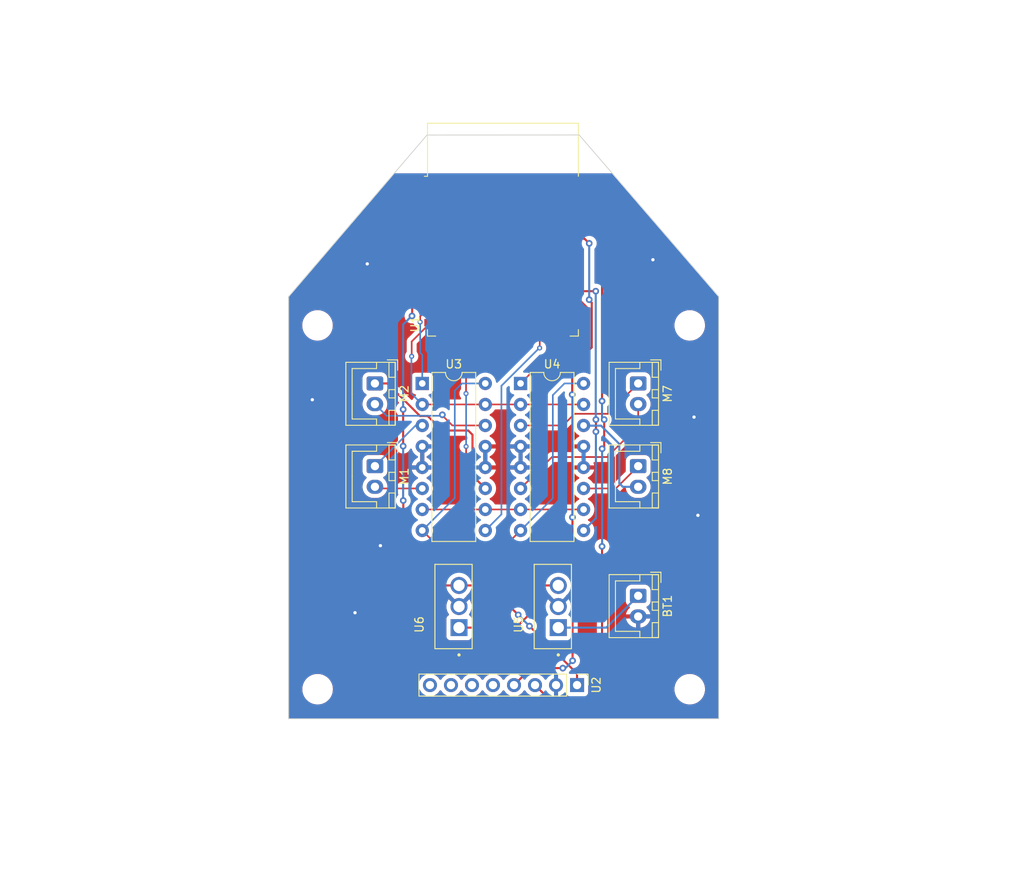
<source format=kicad_pcb>
(kicad_pcb (version 20221018) (generator pcbnew)
  (layers (0 "F.Cu" signal) (31 "B.Cu" signal) (34 "B.Paste" user) (35 "F.Paste" user) (36 "B.SilkS" user "B.Silkscreen") (37 "F.SilkS" user "F.Silkscreen") (38 "B.Mask" user) (39 "F.Mask" user) (44 "Edge.Cuts" user))
  (net 0 "")
  (net 1 "GND")
  (net 2 "+3V3")
  (net 13 "Net-(U1-IO14)")
  (net 14 "Net-(U1-IO12)")
  (net 15 "Net-(U1-IO13)")
  (net 22 "Net-(U1-IO15)")
  (net 26 "Net-(U1-IO16)")
  (net 27 "Net-(U1-IO17)")
  (net 32 "Net-(U1-IO21)")
  (net 35 "Net-(U1-IO22)")
  (net 37 "Net-(M5-+)")
  (net 38 "Net-(M5--)")
  (net 39 "+5V")
  (net 40 "Net-(M6--)")
  (net 41 "Net-(M6-+)")
  (net 42 "Net-(M7-+)")
  (net 43 "Net-(M7--)")
  (net 44 "Net-(M8--)")
  (net 45 "Net-(M8-+)")
  (net 48 "+7.4V")
  (footprint "MountingHole:MountingHole_3.2mm_M3" (layer "F.Cu") (at 165.55 64)
    (fp_text reference "" hide)
    (fp_text value "MountingHole_3.2mm_M3" hide)
    (pad "" np_thru_hole circle (at 0 0) (size 3.2 3.2) (drill 3.2) (layers "*.Cu" "*.Mask"))
  )
  (footprint "Package_DIP:DIP-16_W7.62mm" (layer "F.Cu") (at 133.22 71.02)
    (fp_text reference "U3" (at 3.81 -2.33) (layer "F.SilkS"))
    (fp_text value "L293D")
    (fp_line (start 1.16 -1.33) (end 1.16 19.11) (stroke (width 0.12)) (layer "F.SilkS"))
    (fp_line (start 1.16 19.11) (end 6.46 19.11) (stroke (width 0.12)) (layer "F.SilkS"))
    (fp_line (start 2.81 -1.33) (end 1.16 -1.33) (stroke (width 0.12)) (layer "F.SilkS"))
    (fp_line (start 6.46 -1.33) (end 4.81 -1.33) (stroke (width 0.12)) (layer "F.SilkS"))
    (fp_line (start 6.46 19.11) (end 6.46 -1.33) (stroke (width 0.12)) (layer "F.SilkS"))
    (fp_arc (start 4.81 -1.33) (mid 3.81 -0.33) (end 2.81 -1.33) (stroke (width 0.12)) (layer "F.SilkS"))
    (pad "1" thru_hole rect (at 0 0) (size 1.6 1.6) (drill 0.8) (layers "*.Cu" "*.Mask") (net 13 "Net-(U1-IO14)"))
    (pad "2" thru_hole oval (at 0 2.54) (size 1.6 1.6) (drill 0.8) (layers "*.Cu" "*.Mask") (net 14 "Net-(U1-IO12)"))
    (pad "3" thru_hole oval (at 0 5.08) (size 1.6 1.6) (drill 0.8) (layers "*.Cu" "*.Mask") (net 37 "Net-(M5-+)"))
    (pad "4" thru_hole oval (at 0 7.62) (size 1.6 1.6) (drill 0.8) (layers "*.Cu" "*.Mask") (net 1 "GND"))
    (pad "5" thru_hole oval (at 0 10.16) (size 1.6 1.6) (drill 0.8) (layers "*.Cu" "*.Mask") (net 1 "GND"))
    (pad "6" thru_hole oval (at 0 12.7) (size 1.6 1.6) (drill 0.8) (layers "*.Cu" "*.Mask") (net 38 "Net-(M5--)"))
    (pad "7" thru_hole oval (at 0 15.24) (size 1.6 1.6) (drill 0.8) (layers "*.Cu" "*.Mask") (net 15 "Net-(U1-IO13)"))
    (pad "8" thru_hole oval (at 0 17.78) (size 1.6 1.6) (drill 0.8) (layers "*.Cu" "*.Mask") (net 39 "+5V"))
    (pad "9" thru_hole oval (at 7.62 17.78) (size 1.6 1.6) (drill 0.8) (layers "*.Cu" "*.Mask") (net 22 "Net-(U1-IO15)"))
    (pad "10" thru_hole oval (at 7.62 15.24) (size 1.6 1.6) (drill 0.8) (layers "*.Cu" "*.Mask") (net 15 "Net-(U1-IO13)"))
    (pad "11" thru_hole oval (at 7.62 12.7) (size 1.6 1.6) (drill 0.8) (layers "*.Cu" "*.Mask") (net 41 "Net-(M6-+)"))
    (pad "12" thru_hole oval (at 7.62 10.16) (size 1.6 1.6) (drill 0.8) (layers "*.Cu" "*.Mask") (net 1 "GND"))
    (pad "13" thru_hole oval (at 7.62 7.62) (size 1.6 1.6) (drill 0.8) (layers "*.Cu" "*.Mask") (net 1 "GND"))
    (pad "14" thru_hole oval (at 7.62 5.08) (size 1.6 1.6) (drill 0.8) (layers "*.Cu" "*.Mask") (net 40 "Net-(M6--)"))
    (pad "15" thru_hole oval (at 7.62 2.54) (size 1.6 1.6) (drill 0.8) (layers "*.Cu" "*.Mask") (net 14 "Net-(U1-IO12)"))
    (pad "16" thru_hole oval (at 7.62 0) (size 1.6 1.6) (drill 0.8) (layers "*.Cu" "*.Mask") (net 39 "+5V"))
  )
  (footprint "Connector_JST:JST_XH_B2B-XH-A_1x02_P2.50mm_Vertical" (layer "F.Cu") (at 127.5 81.02 -90)
    (fp_text reference "M1" (at 1.25 -3.55 90) (layer "F.SilkS"))
    (fp_text value "3-5V")
    (fp_line (start -2.85 -2.75) (end -2.85 -1.5) (stroke (width 0.12)) (layer "F.SilkS"))
    (fp_line (start -2.56 -2.46) (end -2.56 3.51) (stroke (width 0.12)) (layer "F.SilkS"))
    (fp_line (start -2.56 3.51) (end 5.06 3.51) (stroke (width 0.12)) (layer "F.SilkS"))
    (fp_line (start -2.55 -2.45) (end -2.55 -1.7) (stroke (width 0.12)) (layer "F.SilkS"))
    (fp_line (start -2.55 -1.7) (end -0.75 -1.7) (stroke (width 0.12)) (layer "F.SilkS"))
    (fp_line (start -2.55 -0.2) (end -1.8 -0.2) (stroke (width 0.12)) (layer "F.SilkS"))
    (fp_line (start -1.8 -0.2) (end -1.8 2.75) (stroke (width 0.12)) (layer "F.SilkS"))
    (fp_line (start -1.8 2.75) (end 1.25 2.75) (stroke (width 0.12)) (layer "F.SilkS"))
    (fp_line (start -1.6 -2.75) (end -2.85 -2.75) (stroke (width 0.12)) (layer "F.SilkS"))
    (fp_line (start -0.75 -2.45) (end -2.55 -2.45) (stroke (width 0.12)) (layer "F.SilkS"))
    (fp_line (start -0.75 -1.7) (end -0.75 -2.45) (stroke (width 0.12)) (layer "F.SilkS"))
    (fp_line (start 0.75 -2.45) (end 0.75 -1.7) (stroke (width 0.12)) (layer "F.SilkS"))
    (fp_line (start 0.75 -1.7) (end 1.75 -1.7) (stroke (width 0.12)) (layer "F.SilkS"))
    (fp_line (start 1.75 -2.45) (end 0.75 -2.45) (stroke (width 0.12)) (layer "F.SilkS"))
    (fp_line (start 1.75 -1.7) (end 1.75 -2.45) (stroke (width 0.12)) (layer "F.SilkS"))
    (fp_line (start 3.25 -2.45) (end 3.25 -1.7) (stroke (width 0.12)) (layer "F.SilkS"))
    (fp_line (start 3.25 -1.7) (end 5.05 -1.7) (stroke (width 0.12)) (layer "F.SilkS"))
    (fp_line (start 4.3 -0.2) (end 4.3 2.75) (stroke (width 0.12)) (layer "F.SilkS"))
    (fp_line (start 4.3 2.75) (end 1.25 2.75) (stroke (width 0.12)) (layer "F.SilkS"))
    (fp_line (start 5.05 -2.45) (end 3.25 -2.45) (stroke (width 0.12)) (layer "F.SilkS"))
    (fp_line (start 5.05 -1.7) (end 5.05 -2.45) (stroke (width 0.12)) (layer "F.SilkS"))
    (fp_line (start 5.05 -0.2) (end 4.3 -0.2) (stroke (width 0.12)) (layer "F.SilkS"))
    (fp_line (start 5.06 -2.46) (end -2.56 -2.46) (stroke (width 0.12)) (layer "F.SilkS"))
    (fp_line (start 5.06 3.51) (end 5.06 -2.46) (stroke (width 0.12)) (layer "F.SilkS"))
    (pad "1" thru_hole roundrect (at 0 0 270) (size 1.7 2) (drill 1) (layers "*.Cu" "*.Mask") (roundrect_rratio 0.1470588235) (net 37 "Net-(M5-+)"))
    (pad "2" thru_hole oval (at 2.5 0 270) (size 1.7 2) (drill 1) (layers "*.Cu" "*.Mask") (net 38 "Net-(M5--)"))
  )
  (footprint "Connector_JST:JST_XH_B2B-XH-A_1x02_P2.50mm_Vertical" (layer "F.Cu") (at 159.32 96.7 -90)
    (fp_text reference "BT1" (at 1.25 -3.55 90) (layer "F.SilkS"))
    (fp_text value "" hide)
    (fp_line (start -2.85 -2.75) (end -2.85 -1.5) (stroke (width 0.12)) (layer "F.SilkS"))
    (fp_line (start -2.56 -2.46) (end -2.56 3.51) (stroke (width 0.12)) (layer "F.SilkS"))
    (fp_line (start -2.56 3.51) (end 5.06 3.51) (stroke (width 0.12)) (layer "F.SilkS"))
    (fp_line (start -2.55 -2.45) (end -2.55 -1.7) (stroke (width 0.12)) (layer "F.SilkS"))
    (fp_line (start -2.55 -1.7) (end -0.75 -1.7) (stroke (width 0.12)) (layer "F.SilkS"))
    (fp_line (start -2.55 -0.2) (end -1.8 -0.2) (stroke (width 0.12)) (layer "F.SilkS"))
    (fp_line (start -1.8 -0.2) (end -1.8 2.75) (stroke (width 0.12)) (layer "F.SilkS"))
    (fp_line (start -1.8 2.75) (end 1.25 2.75) (stroke (width 0.12)) (layer "F.SilkS"))
    (fp_line (start -1.6 -2.75) (end -2.85 -2.75) (stroke (width 0.12)) (layer "F.SilkS"))
    (fp_line (start -0.75 -2.45) (end -2.55 -2.45) (stroke (width 0.12)) (layer "F.SilkS"))
    (fp_line (start -0.75 -1.7) (end -0.75 -2.45) (stroke (width 0.12)) (layer "F.SilkS"))
    (fp_line (start 0.75 -2.45) (end 0.75 -1.7) (stroke (width 0.12)) (layer "F.SilkS"))
    (fp_line (start 0.75 -1.7) (end 1.75 -1.7) (stroke (width 0.12)) (layer "F.SilkS"))
    (fp_line (start 1.75 -2.45) (end 0.75 -2.45) (stroke (width 0.12)) (layer "F.SilkS"))
    (fp_line (start 1.75 -1.7) (end 1.75 -2.45) (stroke (width 0.12)) (layer "F.SilkS"))
    (fp_line (start 3.25 -2.45) (end 3.25 -1.7) (stroke (width 0.12)) (layer "F.SilkS"))
    (fp_line (start 3.25 -1.7) (end 5.05 -1.7) (stroke (width 0.12)) (layer "F.SilkS"))
    (fp_line (start 4.3 -0.2) (end 4.3 2.75) (stroke (width 0.12)) (layer "F.SilkS"))
    (fp_line (start 4.3 2.75) (end 1.25 2.75) (stroke (width 0.12)) (layer "F.SilkS"))
    (fp_line (start 5.05 -2.45) (end 3.25 -2.45) (stroke (width 0.12)) (layer "F.SilkS"))
    (fp_line (start 5.05 -1.7) (end 5.05 -2.45) (stroke (width 0.12)) (layer "F.SilkS"))
    (fp_line (start 5.05 -0.2) (end 4.3 -0.2) (stroke (width 0.12)) (layer "F.SilkS"))
    (fp_line (start 5.06 -2.46) (end -2.56 -2.46) (stroke (width 0.12)) (layer "F.SilkS"))
    (fp_line (start 5.06 3.51) (end 5.06 -2.46) (stroke (width 0.12)) (layer "F.SilkS"))
    (pad "1" thru_hole roundrect (at 0 0 270) (size 1.7 2) (drill 1) (layers "*.Cu" "*.Mask") (roundrect_rratio 0.1470588235) (net 48 "+7.4V"))
    (pad "2" thru_hole oval (at 2.5 0 270) (size 1.7 2) (drill 1) (layers "*.Cu" "*.Mask") (net 1 "GND"))
  )
  (footprint "MountingHole:MountingHole_3.2mm_M3" (layer "F.Cu") (at 165.55 108)
    (fp_text reference "" (at 0 -4.2) (layer "F.SilkS"))
    (fp_text value "MountingHole_3.2mm_M3" hide)
    (pad "" np_thru_hole circle (at 0 0) (size 3.2 3.2) (drill 3.2) (layers "F&B.Cu" "*.Mask"))
  )
  (footprint "Transformer_THT:TO255P1020X450X2000-3" (layer "F.Cu") (at 149 98 90)
    (fp_text reference "U5" (at -2.175 -4.135 90) (layer "F.SilkS"))
    (fp_text value "L7805")
    (fp_line (start -5.1 -2.25) (end 5.1 -2.25) (stroke (width 0.127)) (layer "F.SilkS"))
    (fp_line (start -5.1 2.25) (end -5.1 -2.25) (stroke (width 0.127)) (layer "F.SilkS"))
    (fp_line (start 5.1 -2.25) (end 5.1 2.25) (stroke (width 0.127)) (layer "F.SilkS"))
    (fp_line (start 5.1 2.25) (end -5.1 2.25) (stroke (width 0.127)) (layer "F.SilkS"))
    (fp_circle (center -5.85 0.6625) (end -5.75 0.6625) (stroke (width 0.2)) (fill none) (layer "F.SilkS"))
    (pad "" thru_hole circle (at 0 0.6625 90) (size 2.055 2.055) (drill 1.37) (layers "*.Cu" "*.Mask") (net 1 "GND"))
    (pad "1" thru_hole rect (at -2.55 0.6625 90) (size 2.055 2.055) (drill 1.37) (layers "*.Cu" "*.Mask") (net 48 "+7.4V"))
    (pad "3" thru_hole circle (at 2.55 0.6625 90) (size 2.055 2.055) (drill 1.37) (layers "*.Cu" "*.Mask") (net 39 "+5V"))
  )
  (footprint "Connector_JST:JST_XH_B2B-XH-A_1x02_P2.50mm_Vertical" (layer "F.Cu") (at 159.32 71.02 -90)
    (fp_text reference "M7" (at 1.25 -3.55 90) (layer "F.SilkS"))
    (fp_text value "3-5V")
    (fp_line (start -2.85 -2.75) (end -2.85 -1.5) (stroke (width 0.12)) (layer "F.SilkS"))
    (fp_line (start -2.56 -2.46) (end -2.56 3.51) (stroke (width 0.12)) (layer "F.SilkS"))
    (fp_line (start -2.56 3.51) (end 5.06 3.51) (stroke (width 0.12)) (layer "F.SilkS"))
    (fp_line (start -2.55 -2.45) (end -2.55 -1.7) (stroke (width 0.12)) (layer "F.SilkS"))
    (fp_line (start -2.55 -1.7) (end -0.75 -1.7) (stroke (width 0.12)) (layer "F.SilkS"))
    (fp_line (start -2.55 -0.2) (end -1.8 -0.2) (stroke (width 0.12)) (layer "F.SilkS"))
    (fp_line (start -1.8 -0.2) (end -1.8 2.75) (stroke (width 0.12)) (layer "F.SilkS"))
    (fp_line (start -1.8 2.75) (end 1.25 2.75) (stroke (width 0.12)) (layer "F.SilkS"))
    (fp_line (start -1.6 -2.75) (end -2.85 -2.75) (stroke (width 0.12)) (layer "F.SilkS"))
    (fp_line (start -0.75 -2.45) (end -2.55 -2.45) (stroke (width 0.12)) (layer "F.SilkS"))
    (fp_line (start -0.75 -1.7) (end -0.75 -2.45) (stroke (width 0.12)) (layer "F.SilkS"))
    (fp_line (start 0.75 -2.45) (end 0.75 -1.7) (stroke (width 0.12)) (layer "F.SilkS"))
    (fp_line (start 0.75 -1.7) (end 1.75 -1.7) (stroke (width 0.12)) (layer "F.SilkS"))
    (fp_line (start 1.75 -2.45) (end 0.75 -2.45) (stroke (width 0.12)) (layer "F.SilkS"))
    (fp_line (start 1.75 -1.7) (end 1.75 -2.45) (stroke (width 0.12)) (layer "F.SilkS"))
    (fp_line (start 3.25 -2.45) (end 3.25 -1.7) (stroke (width 0.12)) (layer "F.SilkS"))
    (fp_line (start 3.25 -1.7) (end 5.05 -1.7) (stroke (width 0.12)) (layer "F.SilkS"))
    (fp_line (start 4.3 -0.2) (end 4.3 2.75) (stroke (width 0.12)) (layer "F.SilkS"))
    (fp_line (start 4.3 2.75) (end 1.25 2.75) (stroke (width 0.12)) (layer "F.SilkS"))
    (fp_line (start 5.05 -2.45) (end 3.25 -2.45) (stroke (width 0.12)) (layer "F.SilkS"))
    (fp_line (start 5.05 -1.7) (end 5.05 -2.45) (stroke (width 0.12)) (layer "F.SilkS"))
    (fp_line (start 5.05 -0.2) (end 4.3 -0.2) (stroke (width 0.12)) (layer "F.SilkS"))
    (fp_line (start 5.06 -2.46) (end -2.56 -2.46) (stroke (width 0.12)) (layer "F.SilkS"))
    (fp_line (start 5.06 3.51) (end 5.06 -2.46) (stroke (width 0.12)) (layer "F.SilkS"))
    (pad "1" thru_hole roundrect (at 0 0 270) (size 1.7 2) (drill 1) (layers "*.Cu" "*.Mask") (roundrect_rratio 0.1470588235) (net 42 "Net-(M7-+)"))
    (pad "2" thru_hole oval (at 2.5 0 270) (size 1.7 2) (drill 1) (layers "*.Cu" "*.Mask") (net 43 "Net-(M7--)"))
  )
  (footprint "Connector_PinHeader_2.54mm:PinHeader_1x08_P2.54mm_Vertical" (layer "F.Cu") (at 151.93 107.5 -90)
    (fp_text reference "U2" (at 0 -2.33 90) (layer "F.SilkS"))
    (fp_text value "PinHeader_1x08_P2.54mm_Vertical" hide)
    (fp_line (start -1.33 -1.33) (end 0 -1.33) (stroke (width 0.12)) (layer "F.SilkS"))
    (fp_line (start -1.33 0) (end -1.33 -1.33) (stroke (width 0.12)) (layer "F.SilkS"))
    (fp_line (start -1.33 1.27) (end -1.33 19.11) (stroke (width 0.12)) (layer "F.SilkS"))
    (fp_line (start -1.33 1.27) (end 1.33 1.27) (stroke (width 0.12)) (layer "F.SilkS"))
    (fp_line (start -1.33 19.11) (end 1.33 19.11) (stroke (width 0.12)) (layer "F.SilkS"))
    (fp_line (start 1.33 1.27) (end 1.33 19.11) (stroke (width 0.12)) (layer "F.SilkS"))
    (pad "1" thru_hole rect (at 0 0 270) (size 1.7 1.7) (drill 1) (layers "*.Cu" "*.Mask") (net 2 "+3V3"))
    (pad "2" thru_hole oval (at 0 2.54 270) (size 1.7 1.7) (drill 1) (layers "*.Cu" "*.Mask") (net 1 "GND"))
    (pad "3" thru_hole oval (at 0 5.08 270) (size 1.7 1.7) (drill 1) (layers "*.Cu" "*.Mask") (net 35 "Net-(U1-IO22)"))
    (pad "4" thru_hole oval (at 0 7.62 270) (size 1.7 1.7) (drill 1) (layers "*.Cu" "*.Mask") (net 32 "Net-(U1-IO21)"))
    (pad "5" thru_hole oval (at 0 10.16 270) (size 1.7 1.7) (drill 1) (layers "*.Cu" "*.Mask"))
    (pad "6" thru_hole oval (at 0 12.7 270) (size 1.7 1.7) (drill 1) (layers "*.Cu" "*.Mask"))
    (pad "7" thru_hole oval (at 0 15.24 270) (size 1.7 1.7) (drill 1) (layers "*.Cu" "*.Mask"))
    (pad "8" thru_hole oval (at 0 17.78 270) (size 1.7 1.7) (drill 1) (layers "*.Cu" "*.Mask"))
  )
  (footprint "Connector_JST:JST_XH_B2B-XH-A_1x02_P2.50mm_Vertical" (layer "F.Cu") (at 127.495 71.02 -90)
    (fp_text reference "M2" (at 1.25 -3.55 90) (layer "F.SilkS"))
    (fp_text value "3-5V")
    (fp_line (start -2.85 -2.75) (end -2.85 -1.5) (stroke (width 0.12)) (layer "F.SilkS"))
    (fp_line (start -2.56 -2.46) (end -2.56 3.51) (stroke (width 0.12)) (layer "F.SilkS"))
    (fp_line (start -2.56 3.51) (end 5.06 3.51) (stroke (width 0.12)) (layer "F.SilkS"))
    (fp_line (start -2.55 -2.45) (end -2.55 -1.7) (stroke (width 0.12)) (layer "F.SilkS"))
    (fp_line (start -2.55 -1.7) (end -0.75 -1.7) (stroke (width 0.12)) (layer "F.SilkS"))
    (fp_line (start -2.55 -0.2) (end -1.8 -0.2) (stroke (width 0.12)) (layer "F.SilkS"))
    (fp_line (start -1.8 -0.2) (end -1.8 2.75) (stroke (width 0.12)) (layer "F.SilkS"))
    (fp_line (start -1.8 2.75) (end 1.25 2.75) (stroke (width 0.12)) (layer "F.SilkS"))
    (fp_line (start -1.6 -2.75) (end -2.85 -2.75) (stroke (width 0.12)) (layer "F.SilkS"))
    (fp_line (start -0.75 -2.45) (end -2.55 -2.45) (stroke (width 0.12)) (layer "F.SilkS"))
    (fp_line (start -0.75 -1.7) (end -0.75 -2.45) (stroke (width 0.12)) (layer "F.SilkS"))
    (fp_line (start 0.75 -2.45) (end 0.75 -1.7) (stroke (width 0.12)) (layer "F.SilkS"))
    (fp_line (start 0.75 -1.7) (end 1.75 -1.7) (stroke (width 0.12)) (layer "F.SilkS"))
    (fp_line (start 1.75 -2.45) (end 0.75 -2.45) (stroke (width 0.12)) (layer "F.SilkS"))
    (fp_line (start 1.75 -1.7) (end 1.75 -2.45) (stroke (width 0.12)) (layer "F.SilkS"))
    (fp_line (start 3.25 -2.45) (end 3.25 -1.7) (stroke (width 0.12)) (layer "F.SilkS"))
    (fp_line (start 3.25 -1.7) (end 5.05 -1.7) (stroke (width 0.12)) (layer "F.SilkS"))
    (fp_line (start 4.3 -0.2) (end 4.3 2.75) (stroke (width 0.12)) (layer "F.SilkS"))
    (fp_line (start 4.3 2.75) (end 1.25 2.75) (stroke (width 0.12)) (layer "F.SilkS"))
    (fp_line (start 5.05 -2.45) (end 3.25 -2.45) (stroke (width 0.12)) (layer "F.SilkS"))
    (fp_line (start 5.05 -1.7) (end 5.05 -2.45) (stroke (width 0.12)) (layer "F.SilkS"))
    (fp_line (start 5.05 -0.2) (end 4.3 -0.2) (stroke (width 0.12)) (layer "F.SilkS"))
    (fp_line (start 5.06 -2.46) (end -2.56 -2.46) (stroke (width 0.12)) (layer "F.SilkS"))
    (fp_line (start 5.06 3.51) (end 5.06 -2.46) (stroke (width 0.12)) (layer "F.SilkS"))
    (pad "1" thru_hole roundrect (at 0 0 270) (size 1.7 2) (drill 1) (layers "*.Cu" "*.Mask") (roundrect_rratio 0.1470588235) (net 41 "Net-(M6-+)"))
    (pad "2" thru_hole oval (at 2.5 0 270) (size 1.7 2) (drill 1) (layers "*.Cu" "*.Mask") (net 40 "Net-(M6--)"))
  )
  (footprint "MountingHole:MountingHole_3.2mm_M3" (layer "F.Cu") (at 120.56 64)
    (fp_text reference "" (at 0 -4.2) (layer "F.SilkS"))
    (fp_text value "MountingHole_3.2mm_M3" hide)
    (pad "" np_thru_hole circle (at 0 0) (size 3.2 3.2) (drill 3.2) (layers "F&B.Cu" "*.Mask"))
  )
  (footprint "RF_Module:ESP32-WROOM-32" (layer "F.Cu") (at 142.97 55.41)
    (fp_text reference "U1" (at -10.61 8.43 90) (layer "F.SilkS"))
    (fp_text value "ESP32-WROOM-32")
    (fp_line (start -9.12 -15.86) (end -9.12 -9.445) (stroke (width 0.12)) (layer "F.SilkS"))
    (fp_line (start -9.12 -15.86) (end 9.12 -15.86) (stroke (width 0.12)) (layer "F.SilkS"))
    (fp_line (start -9.12 -9.445) (end -9.5 -9.445) (stroke (width 0.12)) (layer "F.SilkS"))
    (fp_line (start -9.12 9.1) (end -9.12 9.88) (stroke (width 0.12)) (layer "F.SilkS"))
    (fp_line (start -9.12 9.88) (end -8.12 9.88) (stroke (width 0.12)) (layer "F.SilkS"))
    (fp_line (start 9.12 -15.86) (end 9.12 -9.445) (stroke (width 0.12)) (layer "F.SilkS"))
    (fp_line (start 9.12 9.1) (end 9.12 9.88) (stroke (width 0.12)) (layer "F.SilkS"))
    (fp_line (start 9.12 9.88) (end 8.12 9.88) (stroke (width 0.12)) (layer "F.SilkS"))
    (pad "1" smd rect (at -8.75 -8.25) (size 1.5 0.9) (layers "F.Cu" "F.Paste" "F.Mask"))
    (pad "2" smd rect (at -8.75 -6.98) (size 1.5 0.9) (layers "F.Cu" "F.Paste" "F.Mask") (net 2 "+3V3"))
    (pad "3" smd rect (at -8.75 -5.71) (size 1.5 0.9) (layers "F.Cu" "F.Paste" "F.Mask"))
    (pad "4" smd rect (at -8.75 -4.44) (size 1.5 0.9) (layers "F.Cu" "F.Paste" "F.Mask"))
    (pad "5" smd rect (at -8.75 -3.17) (size 1.5 0.9) (layers "F.Cu" "F.Paste" "F.Mask"))
    (pad "6" smd rect (at -8.75 -1.9) (size 1.5 0.9) (layers "F.Cu" "F.Paste" "F.Mask"))
    (pad "7" smd rect (at -8.75 -0.63) (size 1.5 0.9) (layers "F.Cu" "F.Paste" "F.Mask"))
    (pad "8" smd rect (at -8.75 0.64) (size 1.5 0.9) (layers "F.Cu" "F.Paste" "F.Mask"))
    (pad "9" smd rect (at -8.75 1.91) (size 1.5 0.9) (layers "F.Cu" "F.Paste" "F.Mask"))
    (pad "10" smd rect (at -8.75 3.18) (size 1.5 0.9) (layers "F.Cu" "F.Paste" "F.Mask"))
    (pad "11" smd rect (at -8.75 4.45) (size 1.5 0.9) (layers "F.Cu" "F.Paste" "F.Mask"))
    (pad "12" smd rect (at -8.75 5.72) (size 1.5 0.9) (layers "F.Cu" "F.Paste" "F.Mask"))
    (pad "13" smd rect (at -8.75 6.99) (size 1.5 0.9) (layers "F.Cu" "F.Paste" "F.Mask") (net 13 "Net-(U1-IO14)"))
    (pad "14" smd rect (at -8.75 8.26) (size 1.5 0.9) (layers "F.Cu" "F.Paste" "F.Mask") (net 14 "Net-(U1-IO12)"))
    (pad "15" smd rect (at -5.71 9.51 90) (size 1.5 0.9) (layers "F.Cu" "F.Paste" "F.Mask") (net 1 "GND"))
    (pad "16" smd rect (at -4.44 9.51 90) (size 1.5 0.9) (layers "F.Cu" "F.Paste" "F.Mask") (net 15 "Net-(U1-IO13)"))
    (pad "17" smd rect (at -3.17 9.51 90) (size 1.5 0.9) (layers "F.Cu" "F.Paste" "F.Mask"))
    (pad "18" smd rect (at -1.9 9.51 90) (size 1.5 0.9) (layers "F.Cu" "F.Paste" "F.Mask"))
    (pad "19" smd rect (at -0.63 9.51 90) (size 1.5 0.9) (layers "F.Cu" "F.Paste" "F.Mask"))
    (pad "20" smd rect (at 0.64 9.51 90) (size 1.5 0.9) (layers "F.Cu" "F.Paste" "F.Mask"))
    (pad "21" smd rect (at 1.91 9.51 90) (size 1.5 0.9) (layers "F.Cu" "F.Paste" "F.Mask"))
    (pad "22" smd rect (at 3.18 9.51 90) (size 1.5 0.9) (layers "F.Cu" "F.Paste" "F.Mask"))
    (pad "23" smd rect (at 4.45 9.51 90) (size 1.5 0.9) (layers "F.Cu" "F.Paste" "F.Mask") (net 22 "Net-(U1-IO15)"))
    (pad "24" smd rect (at 5.72 9.51 90) (size 1.5 0.9) (layers "F.Cu" "F.Paste" "F.Mask"))
    (pad "25" smd rect (at 8.75 8.26) (size 1.5 0.9) (layers "F.Cu" "F.Paste" "F.Mask"))
    (pad "26" smd rect (at 8.75 6.99) (size 1.5 0.9) (layers "F.Cu" "F.Paste" "F.Mask"))
    (pad "27" smd rect (at 8.75 5.72) (size 1.5 0.9) (layers "F.Cu" "F.Paste" "F.Mask") (net 26 "Net-(U1-IO16)"))
    (pad "28" smd rect (at 8.75 4.45) (size 1.5 0.9) (layers "F.Cu" "F.Paste" "F.Mask") (net 27 "Net-(U1-IO17)"))
    (pad "29" smd rect (at 8.75 3.18) (size 1.5 0.9) (layers "F.Cu" "F.Paste" "F.Mask"))
    (pad "30" smd rect (at 8.75 1.91) (size 1.5 0.9) (layers "F.Cu" "F.Paste" "F.Mask"))
    (pad "31" smd rect (at 8.75 0.64) (size 1.5 0.9) (layers "F.Cu" "F.Paste" "F.Mask"))
    (pad "32" smd rect (at 8.75 -0.63) (size 1.5 0.9) (layers "F.Cu" "F.Paste" "F.Mask"))
    (pad "33" smd rect (at 8.75 -1.9) (size 1.5 0.9) (layers "F.Cu" "F.Paste" "F.Mask") (net 32 "Net-(U1-IO21)"))
    (pad "34" smd rect (at 8.75 -3.17) (size 1.5 0.9) (layers "F.Cu" "F.Paste" "F.Mask"))
    (pad "35" smd rect (at 8.75 -4.44) (size 1.5 0.9) (layers "F.Cu" "F.Paste" "F.Mask"))
    (pad "36" smd rect (at 8.75 -5.71) (size 1.5 0.9) (layers "F.Cu" "F.Paste" "F.Mask") (net 35 "Net-(U1-IO22)"))
    (pad "37" smd rect (at 8.75 -6.98) (size 1.5 0.9) (layers "F.Cu" "F.Paste" "F.Mask"))
    (pad "38" smd rect (at 8.75 -8.25) (size 1.5 0.9) (layers "F.Cu" "F.Paste" "F.Mask"))
    (zone (net 0) (net_name "") (layers "F.Cu" "In1.Cu" "B.Cu") (connect_pads (clearance 0)) (min_thickness 0.254)
      (keepout (tracks not_allowed) (vias not_allowed) (pads not_allowed) (copperpour not_allowed) (footprints not_allowed))
      (fill (thermal_gap 0.508) (thermal_bridge_width 0.508))
      (polygon (pts (xy 118.97 45.61) (xy 166.97 45.61) (xy 166.97 24.67) (xy 118.97 24.67)))
    )
  )
  (footprint "Transformer_THT:TO255P1020X450X2000-3" (layer "F.Cu") (at 137 98 90)
    (fp_text reference "U6" (at -2.175 -4.135 90) (layer "F.SilkS"))
    (fp_text value "L7805")
    (fp_line (start -5.1 -2.25) (end 5.1 -2.25) (stroke (width 0.127)) (layer "F.SilkS"))
    (fp_line (start -5.1 2.25) (end -5.1 -2.25) (stroke (width 0.127)) (layer "F.SilkS"))
    (fp_line (start 5.1 -2.25) (end 5.1 2.25) (stroke (width 0.127)) (layer "F.SilkS"))
    (fp_line (start 5.1 2.25) (end -5.1 2.25) (stroke (width 0.127)) (layer "F.SilkS"))
    (fp_circle (center -5.85 0.6625) (end -5.75 0.6625) (stroke (width 0.2)) (fill none) (layer "F.SilkS"))
    (pad "1" thru_hole rect (at -2.55 0.6625 90) (size 2.055 2.055) (drill 1.37) (layers "*.Cu" "*.Mask") (net 39 "+5V"))
    (pad "2" thru_hole circle (at 0 0.6625 90) (size 2.055 2.055) (drill 1.37) (layers "*.Cu" "*.Mask") (net 1 "GND"))
    (pad "3" thru_hole circle (at 2.55 0.6625 90) (size 2.055 2.055) (drill 1.37) (layers "*.Cu" "*.Mask") (net 2 "+3V3"))
  )
  (footprint "Connector_JST:JST_XH_B2B-XH-A_1x02_P2.50mm_Vertical" (layer "F.Cu") (at 159.32 81.02 -90)
    (fp_text reference "M8" (at 1.25 -3.55 90) (layer "F.SilkS"))
    (fp_text value "3-5V")
    (fp_line (start -2.85 -2.75) (end -2.85 -1.5) (stroke (width 0.12)) (layer "F.SilkS"))
    (fp_line (start -2.56 -2.46) (end -2.56 3.51) (stroke (width 0.12)) (layer "F.SilkS"))
    (fp_line (start -2.56 3.51) (end 5.06 3.51) (stroke (width 0.12)) (layer "F.SilkS"))
    (fp_line (start -2.55 -2.45) (end -2.55 -1.7) (stroke (width 0.12)) (layer "F.SilkS"))
    (fp_line (start -2.55 -1.7) (end -0.75 -1.7) (stroke (width 0.12)) (layer "F.SilkS"))
    (fp_line (start -2.55 -0.2) (end -1.8 -0.2) (stroke (width 0.12)) (layer "F.SilkS"))
    (fp_line (start -1.8 -0.2) (end -1.8 2.75) (stroke (width 0.12)) (layer "F.SilkS"))
    (fp_line (start -1.8 2.75) (end 1.25 2.75) (stroke (width 0.12)) (layer "F.SilkS"))
    (fp_line (start -1.6 -2.75) (end -2.85 -2.75) (stroke (width 0.12)) (layer "F.SilkS"))
    (fp_line (start -0.75 -2.45) (end -2.55 -2.45) (stroke (width 0.12)) (layer "F.SilkS"))
    (fp_line (start -0.75 -1.7) (end -0.75 -2.45) (stroke (width 0.12)) (layer "F.SilkS"))
    (fp_line (start 0.75 -2.45) (end 0.75 -1.7) (stroke (width 0.12)) (layer "F.SilkS"))
    (fp_line (start 0.75 -1.7) (end 1.75 -1.7) (stroke (width 0.12)) (layer "F.SilkS"))
    (fp_line (start 1.75 -2.45) (end 0.75 -2.45) (stroke (width 0.12)) (layer "F.SilkS"))
    (fp_line (start 1.75 -1.7) (end 1.75 -2.45) (stroke (width 0.12)) (layer "F.SilkS"))
    (fp_line (start 3.25 -2.45) (end 3.25 -1.7) (stroke (width 0.12)) (layer "F.SilkS"))
    (fp_line (start 3.25 -1.7) (end 5.05 -1.7) (stroke (width 0.12)) (layer "F.SilkS"))
    (fp_line (start 4.3 -0.2) (end 4.3 2.75) (stroke (width 0.12)) (layer "F.SilkS"))
    (fp_line (start 4.3 2.75) (end 1.25 2.75) (stroke (width 0.12)) (layer "F.SilkS"))
    (fp_line (start 5.05 -2.45) (end 3.25 -2.45) (stroke (width 0.12)) (layer "F.SilkS"))
    (fp_line (start 5.05 -1.7) (end 5.05 -2.45) (stroke (width 0.12)) (layer "F.SilkS"))
    (fp_line (start 5.05 -0.2) (end 4.3 -0.2) (stroke (width 0.12)) (layer "F.SilkS"))
    (fp_line (start 5.06 -2.46) (end -2.56 -2.46) (stroke (width 0.12)) (layer "F.SilkS"))
    (fp_line (start 5.06 3.51) (end 5.06 -2.46) (stroke (width 0.12)) (layer "F.SilkS"))
    (pad "1" thru_hole roundrect (at 0 0 270) (size 1.7 2) (drill 1) (layers "*.Cu" "*.Mask") (roundrect_rratio 0.1470588235) (net 45 "Net-(M8-+)"))
    (pad "2" thru_hole oval (at 2.5 0 270) (size 1.7 2) (drill 1) (layers "*.Cu" "*.Mask") (net 44 "Net-(M8--)"))
  )
  (footprint "Package_DIP:DIP-16_W7.62mm" (layer "F.Cu") (at 145.1 71.02)
    (fp_text reference "U4" (at 3.81 -2.33) (layer "F.SilkS"))
    (fp_text value "L293D")
    (fp_line (start 1.16 -1.33) (end 1.16 19.11) (stroke (width 0.12)) (layer "F.SilkS"))
    (fp_line (start 1.16 19.11) (end 6.46 19.11) (stroke (width 0.12)) (layer "F.SilkS"))
    (fp_line (start 2.81 -1.33) (end 1.16 -1.33) (stroke (width 0.12)) (layer "F.SilkS"))
    (fp_line (start 6.46 -1.33) (end 4.81 -1.33) (stroke (width 0.12)) (layer "F.SilkS"))
    (fp_line (start 6.46 19.11) (end 6.46 -1.33) (stroke (width 0.12)) (layer "F.SilkS"))
    (fp_arc (start 4.81 -1.33) (mid 3.81 -0.33) (end 2.81 -1.33) (stroke (width 0.12)) (layer "F.SilkS"))
    (pad "1" thru_hole rect (at 0 0) (size 1.6 1.6) (drill 0.8) (layers "*.Cu" "*.Mask") (net 26 "Net-(U1-IO16)"))
    (pad "2" thru_hole oval (at 0 2.54) (size 1.6 1.6) (drill 0.8) (layers "*.Cu" "*.Mask") (net 14 "Net-(U1-IO12)"))
    (pad "3" thru_hole oval (at 0 5.08) (size 1.6 1.6) (drill 0.8) (layers "*.Cu" "*.Mask") (net 42 "Net-(M7-+)"))
    (pad "4" thru_hole oval (at 0 7.62) (size 1.6 1.6) (drill 0.8) (layers "*.Cu" "*.Mask") (net 1 "GND"))
    (pad "5" thru_hole oval (at 0 10.16) (size 1.6 1.6) (drill 0.8) (layers "*.Cu" "*.Mask") (net 1 "GND"))
    (pad "6" thru_hole oval (at 0 12.7) (size 1.6 1.6) (drill 0.8) (layers "*.Cu" "*.Mask") (net 43 "Net-(M7--)"))
    (pad "7" thru_hole oval (at 0 15.24) (size 1.6 1.6) (drill 0.8) (layers "*.Cu" "*.Mask") (net 15 "Net-(U1-IO13)"))
    (pad "8" thru_hole oval (at 0 17.78) (size 1.6 1.6) (drill 0.8) (layers "*.Cu" "*.Mask") (net 39 "+5V"))
    (pad "9" thru_hole oval (at 7.62 17.78) (size 1.6 1.6) (drill 0.8) (layers "*.Cu" "*.Mask") (net 27 "Net-(U1-IO17)"))
    (pad "10" thru_hole oval (at 7.62 15.24) (size 1.6 1.6) (drill 0.8) (layers "*.Cu" "*.Mask") (net 15 "Net-(U1-IO13)"))
    (pad "11" thru_hole oval (at 7.62 12.7) (size 1.6 1.6) (drill 0.8) (layers "*.Cu" "*.Mask") (net 45 "Net-(M8-+)"))
    (pad "12" thru_hole oval (at 7.62 10.16) (size 1.6 1.6) (drill 0.8) (layers "*.Cu" "*.Mask") (net 1 "GND"))
    (pad "13" thru_hole oval (at 7.62 7.62) (size 1.6 1.6) (drill 0.8) (layers "*.Cu" "*.Mask") (net 1 "GND"))
    (pad "14" thru_hole oval (at 7.62 5.08) (size 1.6 1.6) (drill 0.8) (layers "*.Cu" "*.Mask") (net 44 "Net-(M8--)"))
    (pad "15" thru_hole oval (at 7.62 2.54) (size 1.6 1.6) (drill 0.8) (layers "*.Cu" "*.Mask") (net 14 "Net-(U1-IO12)"))
    (pad "16" thru_hole oval (at 7.62 0) (size 1.6 1.6) (drill 0.8) (layers "*.Cu" "*.Mask") (net 39 "+5V"))
  )
  (footprint "MountingHole:MountingHole_3.2mm_M3" (layer "F.Cu") (at 120.57 108)
    (fp_text reference "" (at 0 -4.2) (layer "F.SilkS"))
    (fp_text value "MountingHole_3.2mm_M3" hide)
    (pad "" np_thru_hole circle (at 0 0) (size 3.2 3.2) (drill 3.2) (layers "F&B.Cu" "*.Mask"))
  )
  (gr_line (start 133.79 40.98) (end 152.19 40.97) (stroke (width 0.1)) (layer "Edge.Cuts"))
  (gr_line (start 169.05 60.52) (end 152.19 40.97) (stroke (width 0.1)) (layer "Edge.Cuts"))
  (gr_line (start 169.05 111.572) (end 117.06 111.572) (stroke (width 0.1)) (layer "Edge.Cuts"))
  (gr_line (start 169.05 60.52) (end 169.05 111.572) (stroke (width 0.1)) (layer "Edge.Cuts"))
  (gr_line (start 117.06 111.572) (end 117.06 60.53) (stroke (width 0.1)) (layer "Edge.Cuts"))
  (gr_line (start 117.06 60.53) (end 133.79 40.98) (stroke (width 0.1)) (layer "Edge.Cuts"))
  (segment (start 145.1 81.18) (end 144.93 81.18) (width 0.2) (layer "F.Cu") (net 1))
  (segment (start 144.93 81.18) (end 144.85 81.1) (width 0.2) (layer "F.Cu") (net 1))
  (via (at 128.16 90.64) (size 0.8) (drill 0.4) (layers "F.Cu" "B.Cu") (net 1))
  (via (at 166.07 75.09) (size 0.8) (drill 0.4) (layers "F.Cu" "B.Cu") (net 1))
  (via (at 125.09 98.75) (size 0.8) (drill 0.4) (layers "F.Cu" "B.Cu") (net 1))
  (via (at 166.54 86.97) (size 0.8) (drill 0.4) (layers "F.Cu" "B.Cu") (net 1))
  (via (at 126.57 56.56) (size 0.8) (drill 0.4) (layers "F.Cu" "B.Cu") (net 1))
  (via (at 119.93 72.99) (size 0.8) (drill 0.4) (layers "F.Cu" "B.Cu") (net 1))
  (via (at 161.1 56.06) (size 0.8) (drill 0.4) (layers "F.Cu" "B.Cu") (net 1))
  (segment (start 151.93 106.12) (end 151.93 107.5) (width 0.25) (layer "F.Cu") (net 2))
  (segment (start 133.05 48.43) (end 132 49.48) (width 0.25) (layer "F.Cu") (net 2))
  (segment (start 132 49.48) (end 132 62.84) (width 0.25) (layer "F.Cu") (net 2))
  (segment (start 135.43 95.45) (end 137.6625 95.45) (width 0.25) (layer "F.Cu") (net 2))
  (segment (start 141.26 95.45) (end 137.6625 95.45) (width 0.25) (layer "F.Cu") (net 2))
  (segment (start 132 62.84) (end 131.98 62.86) (width 0.25) (layer "F.Cu") (net 2))
  (segment (start 130.91 78.599244) (end 130.91 74.16) (width 0.25) (layer "F.Cu") (net 2))
  (segment (start 130.92 85.18) (end 130.93 85.19) (width 0.25) (layer "F.Cu") (net 2))
  (segment (start 130.93 85.19) (end 130.93 90.95) (width 0.25) (layer "F.Cu") (net 2))
  (segment (start 133.47 48.43) (end 134.22 48.43) (width 0.2) (layer "F.Cu") (net 2))
  (segment (start 130.92 85.18) (end 131.02 85.08) (width 0.25) (layer "F.Cu") (net 2))
  (segment (start 130.93 90.95) (end 135.43 95.45) (width 0.25) (layer "F.Cu") (net 2))
  (segment (start 134.22 48.43) (end 133.05 48.43) (width 0.25) (layer "F.Cu") (net 2))
  (segment (start 144.82 99.01) (end 141.26 95.45) (width 0.25) (layer "F.Cu") (net 2))
  (segment (start 146.18 100.37) (end 151.93 106.12) (width 0.25) (layer "F.Cu") (net 2))
  (via (at 146.18 100.37) (size 0.8) (drill 0.4) (layers "F.Cu" "B.Cu") (net 2))
  (via (at 130.91 74.16) (size 0.8) (drill 0.4) (layers "F.Cu" "B.Cu") (net 2))
  (via (at 130.92 85.18) (size 0.8) (drill 0.4) (layers "F.Cu" "B.Cu") (net 2))
  (via (at 131.98 62.86) (size 0.8) (drill 0.4) (layers "F.Cu" "B.Cu") (net 2))
  (via (at 144.82 99.01) (size 0.8) (drill 0.4) (layers "F.Cu" "B.Cu") (net 2))
  (via (at 130.91 78.599244) (size 0.8) (drill 0.4) (layers "F.Cu" "B.Cu") (net 2))
  (segment (start 131.94 62.86) (end 131.98 62.86) (width 0.25) (layer "B.Cu") (net 2))
  (segment (start 146.18 100.37) (end 144.82 99.01) (width 0.25) (layer "B.Cu") (net 2))
  (segment (start 130.91 63.89) (end 131.94 62.86) (width 0.25) (layer "B.Cu") (net 2))
  (segment (start 131.98 62.86) (end 131.98 62.82) (width 0.25) (layer "B.Cu") (net 2))
  (segment (start 144.82 99.01) (end 145.17 99.36) (width 0.25) (layer "B.Cu") (net 2))
  (segment (start 131.98 62.82) (end 131.99 62.81) (width 0.25) (layer "B.Cu") (net 2))
  (segment (start 130.91 74.16) (end 130.91 63.89) (width 0.25) (layer "B.Cu") (net 2))
  (segment (start 130.91 78.599244) (end 130.91 85.17) (width 0.25) (layer "B.Cu") (net 2))
  (segment (start 133.47 62.4) (end 134.22 62.4) (width 0.2) (layer "F.Cu") (net 13))
  (segment (start 132.9705 62.8995) (end 133.47 62.4) (width 0.2) (layer "F.Cu") (net 13))
  (segment (start 132.9705 63.59) (end 132.9705 62.8995) (width 0.2) (layer "F.Cu") (net 13))
  (via (at 132.9705 63.59) (size 0.6) (drill 0.3) (layers "F.Cu" "B.Cu") (net 13))
  (segment (start 132.9705 63.59) (end 132.9705 67.3005) (width 0.2) (layer "B.Cu") (net 13))
  (segment (start 132.9705 67.3005) (end 133.22 67.55) (width 0.2) (layer "B.Cu") (net 13))
  (segment (start 133.22 67.55) (end 133.22 71.02) (width 0.2) (layer "B.Cu") (net 13))
  (segment (start 131.94 67.74) (end 131.94 65.95) (width 0.2) (layer "F.Cu") (net 14))
  (segment (start 131.94 65.95) (end 134.22 63.67) (width 0.2) (layer "F.Cu") (net 14))
  (segment (start 133.22 73.56) (end 152.72 73.56) (width 0.2) (layer "F.Cu") (net 14))
  (via (at 131.94 67.74) (size 0.6) (drill 0.3) (layers "F.Cu" "B.Cu") (net 14))
  (segment (start 131.91 67.77) (end 131.91 72.25) (width 0.2) (layer "B.Cu") (net 14))
  (segment (start 131.91 72.25) (end 133.22 73.56) (width 0.2) (layer "B.Cu") (net 14))
  (segment (start 131.94 67.74) (end 131.91 67.77) (width 0.2) (layer "B.Cu") (net 14))
  (segment (start 138.52 86.2) (end 138.58 86.26) (width 0.2) (layer "F.Cu") (net 15))
  (segment (start 138.51 72.24) (end 138.53 72.03) (width 0.2) (layer "F.Cu") (net 15))
  (segment (start 138.53 64.92) (end 138.51 72.24) (width 0.2) (layer "F.Cu") (net 15))
  (segment (start 138.52 78.64) (end 138.52 86.2) (width 0.2) (layer "F.Cu") (net 15))
  (segment (start 145.1 86.26) (end 152.72 86.26) (width 0.2) (layer "F.Cu") (net 15))
  (segment (start 138.58 86.26) (end 140.84 86.26) (width 0.2) (layer "F.Cu") (net 15))
  (segment (start 140.84 86.26) (end 145.1 86.26) (width 0.2) (layer "F.Cu") (net 15))
  (segment (start 133.22 86.26) (end 138.58 86.26) (width 0.2) (layer "F.Cu") (net 15))
  (via (at 138.52 78.64) (size 0.6) (drill 0.3) (layers "F.Cu" "B.Cu") (net 15))
  (via (at 138.51 72.24) (size 0.6) (drill 0.3) (layers "F.Cu" "B.Cu") (net 15))
  (segment (start 138.52 78.64) (end 138.52 72.25) (width 0.2) (layer "B.Cu") (net 15))
  (segment (start 138.52 72.25) (end 138.51 72.24) (width 0.2) (layer "B.Cu") (net 15))
  (segment (start 147.42 64.92) (end 147.42 66.72) (width 0.2) (layer "F.Cu") (net 22))
  (segment (start 147.42 66.72) (end 147.41 66.73) (width 0.2) (layer "F.Cu") (net 22))
  (via (at 147.41 66.73) (size 0.6) (drill 0.3) (layers "F.Cu" "B.Cu") (net 22))
  (segment (start 140.84 88.8) (end 142.79 86.85) (width 0.2) (layer "B.Cu") (net 22))
  (segment (start 147.365736 66.73) (end 147.41 66.73) (width 0.2) (layer "B.Cu") (net 22))
  (segment (start 142.79 86.85) (end 142.79 71.305736) (width 0.2) (layer "B.Cu") (net 22))
  (segment (start 142.79 71.305736) (end 147.365736 66.73) (width 0.2) (layer "B.Cu") (net 22))
  (segment (start 147.41 66.73) (end 147.35 66.85) (width 0.2) (layer "B.Cu") (net 22))
  (segment (start 152.47 61.13) (end 151.72 61.13) (width 0.2) (layer "F.Cu") (net 26))
  (segment (start 151.94 67.83) (end 153.28 66.49) (width 0.2) (layer "F.Cu") (net 26))
  (segment (start 153.28 66.49) (end 153.28 61.94) (width 0.2) (layer "F.Cu") (net 26))
  (segment (start 145.1 71.02) (end 148.29 67.83) (width 0.2) (layer "F.Cu") (net 26))
  (segment (start 153.28 61.94) (end 152.47 61.13) (width 0.2) (layer "F.Cu") (net 26))
  (segment (start 148.29 67.83) (end 151.94 67.83) (width 0.2) (layer "F.Cu") (net 26))
  (segment (start 154.21 75.3895) (end 154.21 76.8495) (width 0.25) (layer "F.Cu") (net 27))
  (segment (start 154.19 59.86) (end 151.72 59.86) (width 0.25) (layer "F.Cu") (net 27))
  (via (at 154.19 59.86) (size 0.8) (drill 0.4) (layers "F.Cu" "B.Cu") (net 27))
  (via (at 154.21 75.3895) (size 0.8) (drill 0.4) (layers "F.Cu" "B.Cu") (net 27))
  (via (at 154.21 76.8495) (size 0.8) (drill 0.4) (layers "F.Cu" "B.Cu") (net 27))
  (segment (start 154.21 76.8495) (end 154.21 87.31) (width 0.25) (layer "B.Cu") (net 27))
  (segment (start 154.19 75.3695) (end 154.21 75.3895) (width 0.25) (layer "B.Cu") (net 27))
  (segment (start 154.19 59.86) (end 154.19 75.3695) (width 0.25) (layer "B.Cu") (net 27))
  (segment (start 154.21 87.31) (end 152.72 88.8) (width 0.25) (layer "B.Cu") (net 27))
  (segment (start 151.37 87.21) (end 151.39 87.28) (width 0.25) (layer "F.Cu") (net 32))
  (segment (start 151.39 104.55) (end 151.37 87.21) (width 0.25) (layer "F.Cu") (net 32))
  (segment (start 144.31 107.5) (end 146.145 105.665) (width 0.25) (layer "F.Cu") (net 32))
  (segment (start 150.21 105.45) (end 146.36 105.45) (width 0.25) (layer "F.Cu") (net 32))
  (segment (start 152.83 53.51) (end 151.72 53.51) (width 0.25) (layer "F.Cu") (net 32))
  (segment (start 153.4 60.96) (end 153.4 60.89) (width 0.25) (layer "F.Cu") (net 32))
  (segment (start 153.705 61.265) (end 153.4 60.96) (width 0.25) (layer "F.Cu") (net 32))
  (segment (start 153.33 60.89) (end 153.45 61.01) (width 0.25) (layer "F.Cu") (net 32))
  (segment (start 153.4 60.89) (end 153.33 60.89) (width 0.25) (layer "F.Cu") (net 32))
  (segment (start 153.4 54.08) (end 153.4 53.85) (width 0) (layer "F.Cu") (net 32))
  (segment (start 153.705 66.66604) (end 153.705 61.265) (width 0.25) (layer "F.Cu") (net 32))
  (segment (start 151.34 69.03104) (end 153.705 66.66604) (width 0.25) (layer "F.Cu") (net 32))
  (segment (start 151.34 72.37) (end 151.34 69.03104) (width 0.25) (layer "F.Cu") (net 32))
  (segment (start 146.36 105.45) (end 146.145 105.665) (width 0.25) (layer "F.Cu") (net 32))
  (segment (start 153.4 54.08) (end 152.83 53.51) (width 0.25) (layer "F.Cu") (net 32))
  (via (at 151.37 87.21) (size 0.8) (drill 0.4) (layers "F.Cu" "B.Cu") (net 32))
  (via (at 153.4 54.08) (size 0.8) (drill 0.4) (layers "F.Cu" "B.Cu") (net 32))
  (via (at 150.21 105.45) (size 0.8) (drill 0.4) (layers "F.Cu" "B.Cu") (net 32))
  (via (at 151.34 72.37) (size 0.8) (drill 0.4) (layers "F.Cu" "B.Cu") (net 32))
  (via (at 153.4 60.89) (size 0.8) (drill 0.4) (layers "F.Cu" "B.Cu") (net 32))
  (via (at 151.39 104.55) (size 0.8) (drill 0.4) (layers "F.Cu" "B.Cu") (net 32))
  (segment (start 151.39 104.58) (end 151.39 104.55) (width 0.25) (layer "B.Cu") (net 32))
  (segment (start 153.4 54.08) (end 153.4 60.89) (width 0.25) (layer "B.Cu") (net 32))
  (segment (start 151.39 104.55) (end 151.42 104.55) (width 0.25) (layer "B.Cu") (net 32))
  (segment (start 151.36 87.2) (end 151.36 76.11) (width 0.25) (layer "B.Cu") (net 32))
  (segment (start 151.37 87.21) (end 151.36 87.2) (width 0.25) (layer "B.Cu") (net 32))
  (segment (start 150.21 105.45) (end 150.52 105.45) (width 0.25) (layer "B.Cu") (net 32))
  (segment (start 150.52 105.45) (end 151.39 104.58) (width 0.25) (layer "B.Cu") (net 32))
  (segment (start 151.42 104.55) (end 151.31 104.66) (width 0.25) (layer "B.Cu") (net 32))
  (segment (start 151.36 76.11) (end 151.36 72.49) (width 0.25) (layer "B.Cu") (net 32))
  (segment (start 154.95 73.15) (end 154.95 51.26) (width 0.25) (layer "F.Cu") (net 35))
  (segment (start 153.39 49.7) (end 151.72 49.7) (width 0.25) (layer "F.Cu") (net 35))
  (segment (start 153.62 109.47) (end 154.95 108.14) (width 0.25) (layer "F.Cu") (net 35))
  (segment (start 155.209833 75.38983) (end 155.209833 78.670167) (width 0.25) (layer "F.Cu") (net 35))
  (segment (start 146.85 107.5) (end 148.82 109.47) (width 0.25) (layer "F.Cu") (net 35))
  (segment (start 154.96 73.07) (end 154.95 73.15) (width 0.25) (layer "F.Cu") (net 35))
  (segment (start 148.82 109.47) (end 153.62 109.47) (width 0.25) (layer "F.Cu") (net 35))
  (segment (start 154.95 108.14) (end 154.95 90.73) (width 0.25) (layer "F.Cu") (net 35))
  (segment (start 152.37 49.7) (end 151.72 49.7) (width 0.2) (layer "F.Cu") (net 35))
  (segment (start 155.209833 78.670167) (end 154.96 78.92) (width 0.25) (layer "F.Cu") (net 35))
  (segment (start 154.95 90.73) (end 154.96 90.74) (width 0.25) (layer "F.Cu") (net 35))
  (segment (start 154.95 51.26) (end 153.39 49.7) (width 0.25) (layer "F.Cu") (net 35))
  (segment (start 155.209503 75.3895) (end 155.209833 75.38983) (width 0.25) (layer "F.Cu") (net 35))
  (via (at 155.209503 75.3895) (size 0.8) (drill 0.4) (layers "F.Cu" "B.Cu") (net 35))
  (via (at 154.95 90.73) (size 0.8) (drill 0.4) (layers "F.Cu" "B.Cu") (net 35))
  (via (at 154.96 78.92) (size 0.8) (drill 0.4) (layers "F.Cu" "B.Cu") (net 35))
  (via (at 154.95 73.15) (size 0.8) (drill 0.4) (layers "F.Cu" "B.Cu") (net 35))
  (segment (start 155.209503 75.3895) (end 155.2095 75.3895) (width 0.25) (layer "B.Cu") (net 35))
  (segment (start 154.95 75.129997) (end 154.95 73.15) (width 0.25) (layer "B.Cu") (net 35))
  (segment (start 154.96 90.7) (end 154.97 90.71) (width 0.25) (layer "B.Cu") (net 35))
  (segment (start 155.2095 75.3895) (end 155.06 75.24) (width 0.25) (layer "B.Cu") (net 35))
  (segment (start 155.209503 75.3895) (end 154.95 75.129997) (width 0.25) (layer "B.Cu") (net 35))
  (segment (start 154.96 78.92) (end 154.96 90.7) (width 0.25) (layer "B.Cu") (net 35))
  (segment (start 132.42 76.1) (end 127.5 81.02) (width 0.2) (layer "B.Cu") (net 37))
  (segment (start 133.22 76.1) (end 132.42 76.1) (width 0.2) (layer "B.Cu") (net 37))
  (segment (start 133.22 83.72) (end 127.7 83.72) (width 0.2) (layer "F.Cu") (net 38))
  (segment (start 127.7 83.72) (end 127.5 83.52) (width 0.2) (layer "F.Cu") (net 38))
  (segment (start 142.9 91) (end 145.1 88.8) (width 0.2) (layer "F.Cu") (net 39))
  (segment (start 147.35 95.45) (end 142.9 91) (width 0.25) (layer "F.Cu") (net 39))
  (segment (start 147.35 95.45) (end 147.35 97.7625) (width 0.25) (layer "F.Cu") (net 39))
  (segment (start 137.6625 100.55) (end 144.5625 100.55) (width 0.25) (layer "F.Cu") (net 39))
  (segment (start 135.42 91) (end 142.9 91) (width 0.2) (layer "F.Cu") (net 39))
  (segment (start 149.6625 95.45) (end 147.35 95.45) (width 0.25) (layer "F.Cu") (net 39))
  (segment (start 133.22 88.8) (end 135.42 91) (width 0.2) (layer "F.Cu") (net 39))
  (segment (start 147.35 97.7625) (end 144.5625 100.55) (width 0.25) (layer "F.Cu") (net 39))
  (segment (start 137.15 71.89) (end 138.02 71.02) (width 0.2) (layer "B.Cu") (net 39))
  (segment (start 149 72.43) (end 150.41 71.02) (width 0.2) (layer "B.Cu") (net 39))
  (segment (start 149 84.9) (end 149 72.43) (width 0.2) (layer "B.Cu") (net 39))
  (segment (start 133.22 88.8) (end 137.15 84.87) (width 0.2) (layer "B.Cu") (net 39))
  (segment (start 150.41 71.02) (end 152.72 71.02) (width 0.2) (layer "B.Cu") (net 39))
  (segment (start 137.15 84.87) (end 137.15 71.89) (width 0.2) (layer "B.Cu") (net 39))
  (segment (start 145.1 88.8) (end 149 84.9) (width 0.2) (layer "B.Cu") (net 39))
  (segment (start 138.02 71.02) (end 140.84 71.02) (width 0.2) (layer "B.Cu") (net 39))
  (segment (start 135.59 74.83) (end 135.62 74.86) (width 0.2) (layer "F.Cu") (net 40))
  (segment (start 136.86 76.1) (end 135.65 74.89) (width 0.2) (layer "F.Cu") (net 40))
  (segment (start 135.65 74.83) (end 135.59 74.83) (width 0.2) (layer "F.Cu") (net 40))
  (segment (start 140.84 76.1) (end 136.86 76.1) (width 0.2) (layer "F.Cu") (net 40))
  (segment (start 135.65 74.89) (end 135.65 74.83) (width 0.2) (layer "F.Cu") (net 40))
  (via (at 135.65 74.81) (size 0.8) (drill 0.4) (layers "F.Cu" "B.Cu") (net 40))
  (segment (start 135.65 74.81) (end 135.53 74.93) (width 0.2) (layer "B.Cu") (net 40))
  (segment (start 135.53 74.93) (end 128.905 74.93) (width 0.2) (layer "B.Cu") (net 40))
  (segment (start 128.905 74.93) (end 127.495 73.52) (width 0.2) (layer "B.Cu") (net 40))
  (segment (start 135.65 74.83) (end 135.72 74.83) (width 0.2) (layer "B.Cu") (net 40))
  (segment (start 135.65 74.83) (end 135.65 74.81) (width 0.2) (layer "B.Cu") (net 40))
  (segment (start 132.95 74.96) (end 129.01 71.02) (width 0.25) (layer "F.Cu") (net 41))
  (segment (start 139.29 82.17) (end 139.29 77.226116) (width 0.25) (layer "F.Cu") (net 41))
  (segment (start 133.88 74.96) (end 132.95 74.96) (width 0.25) (layer "F.Cu") (net 41))
  (segment (start 129.01 71.02) (end 127.495 71.02) (width 0.25) (layer "F.Cu") (net 41))
  (segment (start 139.29 77.226116) (end 138.778884 76.715) (width 0.25) (layer "F.Cu") (net 41))
  (segment (start 135.635 76.715) (end 133.88 74.96) (width 0.25) (layer "F.Cu") (net 41))
  (segment (start 138.778884 76.715) (end 135.635 76.715) (width 0.25) (layer "F.Cu") (net 41))
  (segment (start 140.84 83.72) (end 139.29 82.17) (width 0.25) (layer "F.Cu") (net 41))
  (segment (start 145.1 76.1) (end 150.22 76.1) (width 0.2) (layer "F.Cu") (net 42))
  (segment (start 155.65 74.69) (end 159.32 71.02) (width 0.2) (layer "F.Cu") (net 42))
  (segment (start 150.22 76.1) (end 151.63 74.69) (width 0.2) (layer "F.Cu") (net 42))
  (segment (start 151.63 74.69) (end 155.65 74.69) (width 0.2) (layer "F.Cu") (net 42))
  (segment (start 148.9 79.92) (end 155.56 79.92) (width 0.2) (layer "F.Cu") (net 43))
  (segment (start 145.1 83.72) (end 148.9 79.92) (width 0.2) (layer "F.Cu") (net 43))
  (segment (start 159.32 76.16) (end 159.32 73.52) (width 0.2) (layer "F.Cu") (net 43))
  (segment (start 155.56 79.92) (end 159.32 76.16) (width 0.2) (layer "F.Cu") (net 43))
  (segment (start 157.04 83.1) (end 157.46 83.52) (width 0.25) (layer "B.Cu") (net 44))
  (segment (start 152.72 76.1) (end 152.745 76.125) (width 0.25) (layer "B.Cu") (net 44))
  (segment (start 152.745 76.125) (end 154.825 76.125) (width 0.25) (layer "B.Cu") (net 44))
  (segment (start 157.46 83.52) (end 159.32 83.52) (width 0.25) (layer "B.Cu") (net 44))
  (segment (start 157.04 78.34) (end 157.04 83.1) (width 0.25) (layer "B.Cu") (net 44))
  (segment (start 154.825 76.125) (end 157.04 78.34) (width 0.25) (layer "B.Cu") (net 44))
  (segment (start 152.72 83.72) (end 156.62 83.72) (width 0.2) (layer "F.Cu") (net 45))
  (segment (start 156.62 83.72) (end 159.32 81.02) (width 0.2) (layer "F.Cu") (net 45))
  (segment (start 155.47 100.55) (end 159.32 96.7) (width 0.25) (layer "B.Cu") (net 48))
  (segment (start 149.6625 100.55) (end 155.47 100.55) (width 0.25) (layer "B.Cu") (net 48))
  (zone (net 1) (net_name "GND") (layers "F&B.Cu") (name "GND") (connect_pads (clearance 0.5)) (min_thickness 0.25) (fill yes (thermal_gap 0.5) (thermal_bridge_width 0.5))
    (polygon (pts (xy 110.13 131.93) (xy 82.18 101.05) (xy 97.63 59.79) (xy 109.76 40.96) (xy 129.11 35.81) (xy 160.01 35.65) (xy 189.45 49.15) (xy 192.65 77.36) (xy 205.96 126.87) (xy 131.69 129)))
  )
)
</source>
